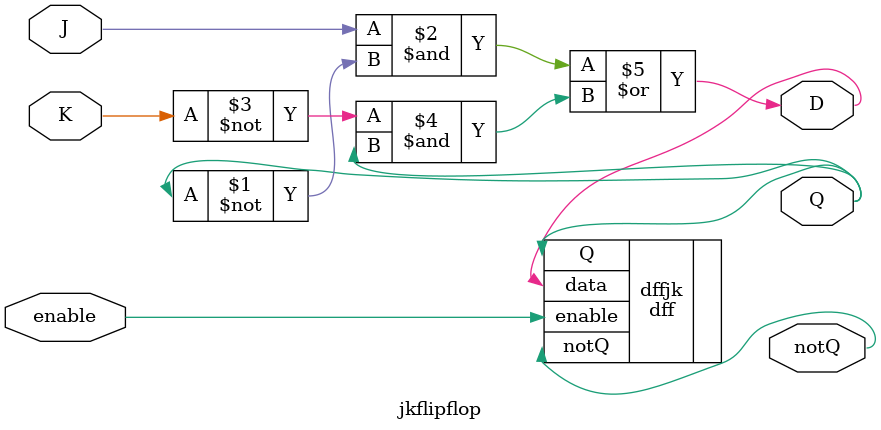
<source format=v>
module jkflipflop(
    input J, K, enable,
    output D, Q, notQ
    );
    
    assign D = (J & ~Q) | (~K & Q);
    
    dff dffjk(
    .enable(enable),
    .data(D),
    .Q(Q),
    .notQ(notQ)
    );
    
endmodule

</source>
